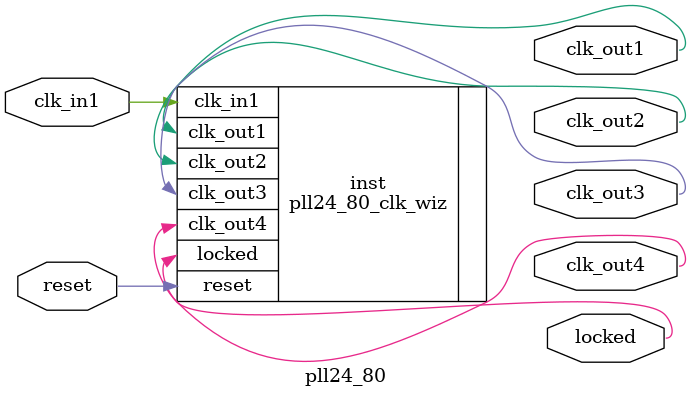
<source format=v>


`timescale 1ps/1ps

(* CORE_GENERATION_INFO = "pll24_80,clk_wiz_v6_0_3_0_0,{component_name=pll24_80,use_phase_alignment=true,use_min_o_jitter=false,use_max_i_jitter=false,use_dyn_phase_shift=false,use_inclk_switchover=false,use_dyn_reconfig=false,enable_axi=0,feedback_source=FDBK_AUTO,PRIMITIVE=PLL,num_out_clk=4,clkin1_period=41.667,clkin2_period=10.0,use_power_down=false,use_reset=true,use_locked=true,use_inclk_stopped=false,feedback_type=SINGLE,CLOCK_MGR_TYPE=NA,manual_override=false}" *)

module pll24_80 
 (
  // Clock out ports
  output        clk_out1,
  output        clk_out2,
  output        clk_out3,
  output        clk_out4,
  // Status and control signals
  input         reset,
  output        locked,
 // Clock in ports
  input         clk_in1
 );

  pll24_80_clk_wiz inst
  (
  // Clock out ports  
  .clk_out1(clk_out1),
  .clk_out2(clk_out2),
  .clk_out3(clk_out3),
  .clk_out4(clk_out4),
  // Status and control signals               
  .reset(reset), 
  .locked(locked),
 // Clock in ports
  .clk_in1(clk_in1)
  );

endmodule

</source>
